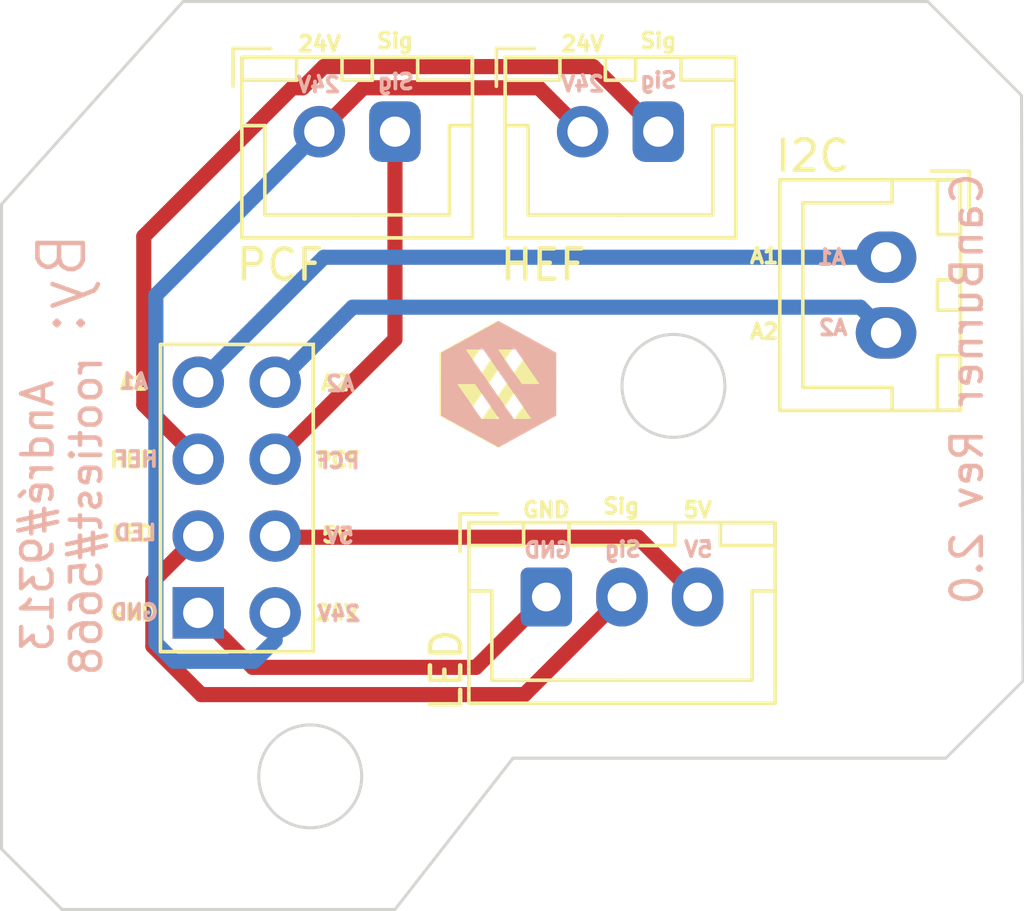
<source format=kicad_pcb>
(kicad_pcb (version 20211014) (generator pcbnew)
  (title_block (title "CanBurner") (date "04.11.2022") (rev "2.0") (comment 2 "rootiest#5668") (comment 3 "André#9313") (comment 4 "By:"))
  (layers (0 "F.Cu" signal) (31 "B.Cu" signal) (34 "B.Paste" user) (35 "F.Paste" user) (36 "B.SilkS" user "B.Silkscreen") (37 "F.SilkS" user "F.Silkscreen") (38 "B.Mask" user) (39 "F.Mask" user) (44 "Edge.Cuts" user))
  (net 0 "")
  (net 1 "/24V")
  (net 2 "/HEF")
  (net 3 "/A1")
  (net 4 "/A2")
  (net 5 "/PCF")
  (net 6 "/Sig")
  (net 7 "/5V")
  (net 8 "/GND")
  (footprint "Connector_JST:JST_XH_B2B-XH-A_1x02_P2.50mm_Vertical" (layer "F.Cu") (at 140.725 91.55)
    (fp_text reference "HEF" (at -1.3 4.4) (layer "F.SilkS"))
    (fp_text value "Conn_01x02" hide)
    (pad "1" thru_hole circle (at 0 0) (size 1.7 1.7) (drill 1) (layers *.Cu *.Mask) (net 1 "/24V"))
    (pad "2" thru_hole roundrect (at 2.5 0) (size 1.7 2) (drill 1) (layers *.Cu *.Mask) (net 2 "/HEF"))
  )
  (footprint "Connector_JST:JST_XH_B3B-XH-A_1x03_P2.50mm_Vertical" (layer "F.Cu") (at 139.525 106.925)
    (fp_text reference "LED" (at -3.3 2.425 90) (layer "F.SilkS"))
    (fp_text value "Conn_01x03" hide)
    (pad "1" thru_hole roundrect (at 0 0) (size 1.7 1.95) (drill 0.95) (layers *.Cu *.Mask) (roundrect_rratio 0.1470588235) (net 8 "/GND"))
    (pad "2" thru_hole oval (at 2.5 0) (size 1.7 1.95) (drill 0.95) (layers *.Cu *.Mask) (net 6 "/Sig"))
    (pad "3" thru_hole oval (at 5 0) (size 1.7 1.95) (drill 0.95) (layers *.Cu *.Mask) (net 7 "/5V"))
  )
  (footprint "Connector_JST:JST_XH_B2B-XH-A_1x02_P2.50mm_Vertical" (layer "F.Cu") (at 150.75 95.7 -90)
    (fp_text reference "I2C" (at -3.35 2.425 180) (layer "F.SilkS"))
    (fp_text value "Conn_01x02" hide)
    (pad "1" thru_hole oval (at 0 0 270) (size 1.7 2) (drill 1) (layers *.Cu *.Mask) (net 3 "/A1"))
    (pad "2" thru_hole oval (at 2.5 0 270) (size 1.7 2) (drill 1) (layers *.Cu *.Mask) (net 4 "/A2"))
  )
  (footprint "Connector_JST:JST_XH_B2B-XH-A_1x02_P2.50mm_Vertical" (layer "F.Cu") (at 132.025 91.55)
    (fp_text reference "PCF" (at -1.3 4.4) (layer "F.SilkS"))
    (fp_text value "Conn_01x02" hide)
    (pad "1" thru_hole circle (at 0 0) (size 1.7 1.7) (drill 1) (layers *.Cu *.Mask) (net 1 "/24V"))
    (pad "2" thru_hole roundrect (at 2.5 0) (size 1.7 2) (drill 1) (layers *.Cu *.Mask) (net 5 "/PCF"))
  )
  (footprint "Logo:Voron_logo" (layer "F.Cu") (at 137.925 99.85)
    (fp_text reference "G***" hide)
    (fp_text value "LOGO" hide)
  )
  (footprint "Connector_PinHeader_2.54mm:PinHeader_2x04_P2.54mm_Vertical" (layer "F.Cu") (at 128.025 99.83)
    (fp_text reference "J1" hide)
    (fp_text value "Conn_02x04_Odd_Even" hide)
    (pad "1" thru_hole circle (at 0 0) (size 1.7 1.7) (drill 1) (layers *.Cu *.Mask) (net 3 "/A1"))
    (pad "2" thru_hole oval (at 2.54 0) (size 1.7 1.7) (drill 1) (layers *.Cu *.Mask) (net 4 "/A2"))
    (pad "3" thru_hole oval (at 0 2.54) (size 1.7 1.7) (drill 1) (layers *.Cu *.Mask) (net 2 "/HEF"))
    (pad "4" thru_hole oval (at 2.54 2.54) (size 1.7 1.7) (drill 1) (layers *.Cu *.Mask) (net 5 "/PCF"))
    (pad "5" thru_hole oval (at 0 5.08) (size 1.7 1.7) (drill 1) (layers *.Cu *.Mask) (net 6 "/Sig"))
    (pad "6" thru_hole oval (at 2.54 5.08) (size 1.7 1.7) (drill 1) (layers *.Cu *.Mask) (net 7 "/5V"))
    (pad "7" thru_hole rect (at 0 7.62) (size 1.7 1.7) (drill 1) (layers *.Cu *.Mask) (net 8 "/GND"))
    (pad "8" thru_hole oval (at 2.54 7.62) (size 1.7 1.7) (drill 1) (layers *.Cu *.Mask) (net 1 "/24V"))
  )
  (footprint "Logo:Voron_logo" (layer "B.Cu") (at 137.925 99.85 180)
    (fp_text reference "G***" hide)
    (fp_text value "LOGO" hide)
  )
  (gr_circle (center 131.725 112.85) (end 133.425 112.85) (layer "Edge.Cuts") (width 0.1) (fill none))
  (gr_line (start 123.525 117.25) (end 134.525 117.25) (layer "Edge.Cuts") (width 0.1))
  (gr_line (start 155.275 109.7) (end 152.725 112.25) (layer "Edge.Cuts") (width 0.1))
  (gr_circle (center 143.725 99.95) (end 145.425 99.95) (layer "Edge.Cuts") (width 0.1) (fill none))
  (gr_line (start 152.725 112.25) (end 138.425 112.25) (layer "Edge.Cuts") (width 0.1))
  (gr_line (start 121.525 115.25) (end 121.525 93.95) (layer "Edge.Cuts") (width 0.1))
  (gr_line (start 121.525 93.95) (end 127.525 87.25) (layer "Edge.Cuts") (width 0.1))
  (gr_line (start 155.225 90.35) (end 155.275 109.7) (layer "Edge.Cuts") (width 0.1))
  (gr_line (start 152.125 87.25) (end 155.225 90.35) (layer "Edge.Cuts") (width 0.1))
  (gr_line (start 123.525 117.25) (end 121.525 115.25) (layer "Edge.Cuts") (width 0.1))
  (gr_line (start 127.525 87.25) (end 152.125 87.25) (layer "Edge.Cuts") (width 0.1))
  (gr_line (start 138.425 112.25) (end 134.525 117.25) (layer "Edge.Cuts") (width 0.1))
  (gr_text "24V" (at 132.67381 107.475) (layer "B.SilkS") (effects (font (size 0.5 0.5) (thickness 0.125)) (justify mirror)))
  (gr_text "24V" (at 140.725 89.975) (layer "B.SilkS") (effects (font (size 0.5 0.5) (thickness 0.125)) (justify mirror)))
  (gr_text "HEF\n" (at 125.975 102.375) (layer "B.SilkS") (effects (font (size 0.5 0.5) (thickness 0.125)) (justify mirror)))
  (gr_text "A1" (at 125.9 99.8) (layer "B.SilkS") (effects (font (size 0.5 0.5) (thickness 0.125)) (justify mirror)))
  (gr_text "Sig" (at 143.225 89.85) (layer "B.SilkS") (effects (font (size 0.5 0.5) (thickness 0.125)) (justify mirror)))
  (gr_text "Sig" (at 134.55 89.9) (layer "B.SilkS") (effects (font (size 0.5 0.5) (thickness 0.125)) (justify mirror)))
  (gr_text "GND\n" (at 139.575 105.375) (layer "B.SilkS") (effects (font (size 0.5 0.5) (thickness 0.125)) (justify mirror)))
  (gr_text "A1\n" (at 148.95 95.7) (layer "B.SilkS") (effects (font (size 0.5 0.5) (thickness 0.125)) (justify mirror)))
  (gr_text "A2\n" (at 132.72381 99.875) (layer "B.SilkS") (effects (font (size 0.5 0.5) (thickness 0.125)) (justify mirror)))
  (gr_text "24V" (at 132 90) (layer "B.SilkS") (effects (font (size 0.5 0.5) (thickness 0.125)) (justify mirror)))
  (gr_text "5V\n" (at 132.69881 104.9) (layer "B.SilkS") (effects (font (size 0.5 0.5) (thickness 0.125)) (justify mirror)))
  (gr_text "5V\n" (at 144.55 105.35) (layer "B.SilkS") (effects (font (size 0.5 0.5) (thickness 0.125)) (justify mirror)))
  (gr_text "A2" (at 149 98.025) (layer "B.SilkS") (effects (font (size 0.5 0.5) (thickness 0.125)) (justify mirror)))
  (gr_text "PCF\n" (at 132.62381 102.425) (layer "B.SilkS") (effects (font (size 0.5 0.5) (thickness 0.125)) (justify mirror)))
  (gr_text "CanBurner Rev 2.0" (at 153.425 100.05 90) (layer "B.SilkS") (effects (font (size 1 1)) (justify mirror)))
  (gr_text "GND\n" (at 125.925 107.425) (layer "B.SilkS") (effects (font (size 0.5 0.5) (thickness 0.125)) (justify mirror)))
  (gr_text "André#9313\nrootiest#5668\n" (at 123.525 104.25 90) (layer "B.SilkS") (effects (font (size 1 1)) (justify mirror)))
  (gr_text "Sig" (at 142.05 105.35) (layer "B.SilkS") (effects (font (size 0.5 0.5) (thickness 0.125)) (justify mirror)))
  (gr_text "LED\n" (at 125.95 104.8) (layer "B.SilkS") (effects (font (size 0.5 0.5) (thickness 0.125)) (justify mirror)))
  (gr_text "By:\n" (at 123.525 96.55 90) (layer "B.SilkS") (effects (font (size 1.5 1.5)) (justify mirror)))
  (gr_text "GND\n" (at 139.525 104.05) (layer "F.SilkS") (effects (font (size 0.5 0.5) (thickness 0.125))))
  (gr_text "24V" (at 140.725 88.65) (layer "F.SilkS") (effects (font (size 0.5 0.5) (thickness 0.125))))
  (gr_text "Sig" (at 142 103.925) (layer "F.SilkS") (effects (font (size 0.5 0.5) (thickness 0.125))))
  (gr_text "A1\n" (at 146.725 95.65) (layer "F.SilkS") (effects (font (size 0.5 0.5) (thickness 0.125))))
  (gr_text "Sig" (at 143.225 88.55) (layer "F.SilkS") (effects (font (size 0.5 0.5) (thickness 0.125))))
  (gr_text "PCF\n" (at 132.65 102.4) (layer "F.SilkS") (effects (font (size 0.5 0.5) (thickness 0.125))))
  (gr_text "LED\n" (at 125.85 104.825) (layer "F.SilkS") (effects (font (size 0.5 0.5) (thickness 0.125))))
  (gr_text "A2" (at 146.725 98.15) (layer "F.SilkS") (effects (font (size 0.5 0.5) (thickness 0.125))))
  (gr_text "24V" (at 132.025 88.65) (layer "F.SilkS") (effects (font (size 0.5 0.5) (thickness 0.125))))
  (gr_text "5V\n" (at 144.525 104.05) (layer "F.SilkS") (effects (font (size 0.5 0.5) (thickness 0.125))))
  (gr_text "HEF\n" (at 125.825 102.4) (layer "F.SilkS") (effects (font (size 0.5 0.5) (thickness 0.125))))
  (gr_text "5V\n" (at 132.575 104.875) (layer "F.SilkS") (effects (font (size 0.5 0.5) (thickness 0.125))))
  (gr_text "A1" (at 125.9 99.825) (layer "F.SilkS") (effects (font (size 0.5 0.5) (thickness 0.125))))
  (gr_text "Sig" (at 134.525 88.55) (layer "F.SilkS") (effects (font (size 0.5 0.5) (thickness 0.125))))
  (gr_text "24V" (at 132.6 107.45) (layer "F.SilkS") (effects (font (size 0.5 0.5) (thickness 0.125))))
  (gr_text "GND\n" (at 125.875 107.45) (layer "F.SilkS") (effects (font (size 0.5 0.5) (thickness 0.125))))
  (gr_text "A2\n" (at 132.55 99.85) (layer "F.SilkS") (effects (font (size 0.5 0.5) (thickness 0.125))))
  (segment (start 139.275 90.1) (end 133.475 90.1) (width 0.5) (layer "F.Cu") (net 1))
  (segment (start 133.475 90.1) (end 132.025 91.55) (width 0.5) (layer "F.Cu") (net 1))
  (segment (start 140.725 91.55) (end 139.275 90.1) (width 0.5) (layer "F.Cu") (net 1))
  (segment (start 126.625 96.95) (end 126.625 108.45) (width 0.5) (layer "B.Cu") (net 1))
  (segment (start 132.025 91.55) (end 126.625 96.95) (width 0.5) (layer "B.Cu") (net 1))
  (segment (start 129.875 109.05) (end 130.565 108.36) (width 0.5) (layer "B.Cu") (net 1))
  (segment (start 130.565 108.36) (end 130.565 107.45) (width 0.5) (layer "B.Cu") (net 1))
  (segment (start 127.225 109.05) (end 129.875 109.05) (width 0.5) (layer "B.Cu") (net 1))
  (segment (start 126.625 108.45) (end 127.225 109.05) (width 0.5) (layer "B.Cu") (net 1))
  (segment (start 126.225 95.010051) (end 126.225 100.57) (width 0.5) (layer "F.Cu") (net 2))
  (segment (start 143.225 91.55) (end 141.075 89.4) (width 0.5) (layer "F.Cu") (net 2))
  (segment (start 141.075 89.4) (end 132.175 89.4) (width 0.5) (layer "F.Cu") (net 2))
  (segment (start 131.135051 90.1) (end 126.225 95.010051) (width 0.5) (layer "F.Cu") (net 2))
  (segment (start 132.175 89.4) (end 131.475 90.1) (width 0.5) (layer "F.Cu") (net 2))
  (segment (start 131.475 90.1) (end 131.135051 90.1) (width 0.5) (layer "F.Cu") (net 2))
  (segment (start 126.225 100.57) (end 128.025 102.37) (width 0.5) (layer "F.Cu") (net 2))
  (segment (start 150.75 95.7) (end 132.175 95.7) (width 0.5) (layer "B.Cu") (net 3))
  (segment (start 132.175 95.7) (end 128.045 99.83) (width 0.5) (layer "B.Cu") (net 3))
  (segment (start 128.045 99.83) (end 128.025 99.83) (width 0.5) (layer "B.Cu") (net 3))
  (segment (start 133.125 97.35) (end 130.645 99.83) (width 0.5) (layer "B.Cu") (net 4))
  (segment (start 149.9 97.35) (end 133.125 97.35) (width 0.5) (layer "B.Cu") (net 4))
  (segment (start 150.75 98.2) (end 149.9 97.35) (width 0.5) (layer "B.Cu") (net 4))
  (segment (start 130.645 99.83) (end 130.565 99.83) (width 0.5) (layer "B.Cu") (net 4))
  (segment (start 134.525 91.55) (end 134.525 98.41) (width 0.5) (layer "F.Cu") (net 5))
  (segment (start 134.525 98.41) (end 130.565 102.37) (width 0.5) (layer "F.Cu") (net 5))
  (segment (start 138.8 110.15) (end 128.125 110.15) (width 0.5) (layer "F.Cu") (net 6))
  (segment (start 126.525 106.41) (end 128.025 104.91) (width 0.5) (layer "F.Cu") (net 6))
  (segment (start 128.125 110.15) (end 126.525 108.55) (width 0.5) (layer "F.Cu") (net 6))
  (segment (start 126.525 108.55) (end 126.525 106.41) (width 0.5) (layer "F.Cu") (net 6))
  (segment (start 142.025 106.925) (end 138.8 110.15) (width 0.5) (layer "F.Cu") (net 6))
  (segment (start 144.525 106.925) (end 142.55 104.95) (width 0.5) (layer "F.Cu") (net 7))
  (segment (start 142.55 104.95) (end 130.605 104.95) (width 0.5) (layer "F.Cu") (net 7))
  (segment (start 130.605 104.95) (end 130.565 104.91) (width 0.5) (layer "B.Cu") (net 7))
  (segment (start 129.825 109.25) (end 128.025 107.45) (width 0.5) (layer "F.Cu") (net 8))
  (segment (start 137.2 109.25) (end 129.825 109.25) (width 0.5) (layer "F.Cu") (net 8))
  (segment (start 139.525 106.925) (end 137.2 109.25) (width 0.5) (layer "F.Cu") (net 8))
)
</source>
